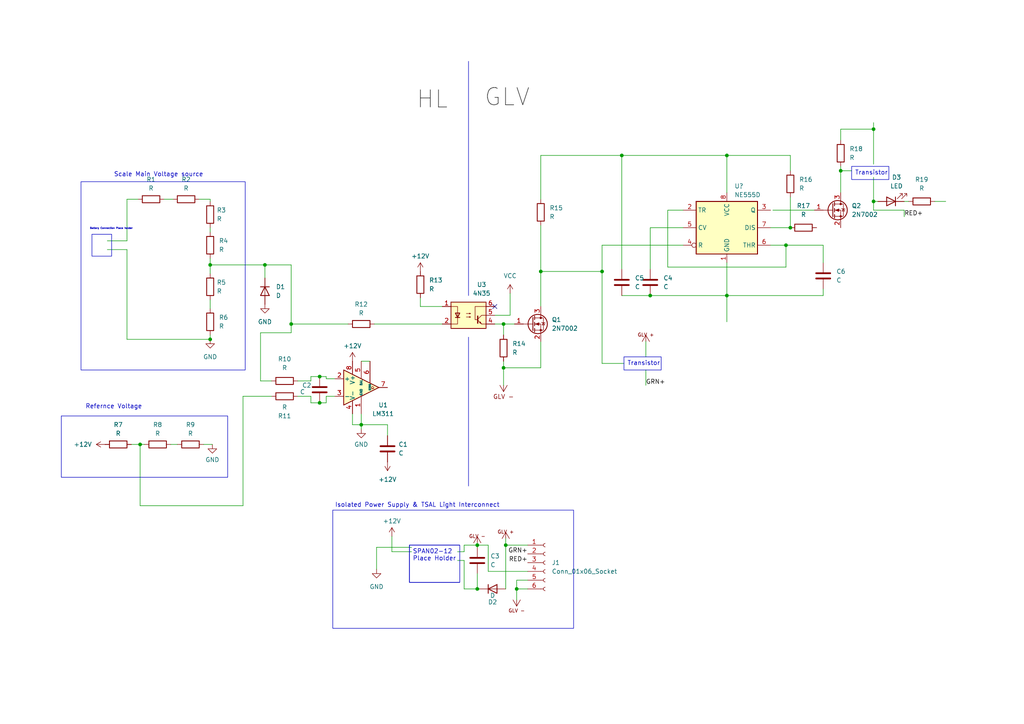
<source format=kicad_sch>
(kicad_sch (version 20230121) (generator eeschema)
  (paper "A4")
  (lib_symbols
    (symbol "Comparator:LM311" (pin_names (offset 0.127))
      (property "Reference" "U" (at 3.81 6.35 0))
      (property "Value" "LM311" (at 3.81 3.81 0))
      (symbol "LM311_0_1"
        (polyline (pts (xy 5.08 0) (xy -5.08 5.08) (xy -5.08 -5.08) (xy 5.08 0)) (stroke (width 0.254)) (fill (type background)))
        (polyline (pts (xy 3.683 -0.381) (xy 3.302 -0.381) (xy 3.683 0) (xy 3.302 0.381) (xy 2.921 0) (xy 3.302 -0.381) (xy 2.921 -0.381)) (stroke (width 0.127)))
      )
      (symbol "LM311_1_1"
        (pin passive line (at 0 -7.62 90) (length 5.08) (name "GND") (number "1"))
        (pin input line (at -7.62 2.54 0) (length 2.54) (name "+") (number "2"))
        (pin input line (at -7.62 -2.54 0) (length 2.54) (name "-") (number "3"))
        (pin power_in line (at -2.54 -7.62 90) (length 3.81) (name "V-") (number "4"))
        (pin input line (at 0 7.62 270) (length 5.08) (name "BAL") (number "5"))
        (pin input line (at 2.54 7.62 270) (length 6.35) (name "STRB") (number "6"))
        (pin open_collector line (at 7.62 0 180) (length 2.54) (name "~") (number "7"))
        (pin power_in line (at -2.54 7.62 270) (length 3.81) (name "V+") (number "8"))
      )
    )
    (symbol "Connector:Conn_01x06_Socket" (pin_names (offset 1.016) hide)
      (property "Reference" "J" (at 0 7.62 0))
      (property "Value" "Conn_01x06_Socket" (at 0 -10.16 0))
      (symbol "Conn_01x06_Socket_1_1"
        (arc (start 0 -7.112) (mid -0.5058 -7.62) (end 0 -8.128) (stroke (width 0.1524)))
        (arc (start 0 -4.572) (mid -0.5058 -5.08) (end 0 -5.588) (stroke (width 0.1524)))
        (arc (start 0 -2.032) (mid -0.5058 -2.54) (end 0 -3.048) (stroke (width 0.1524)))
        (polyline (pts (xy -1.27 -7.62) (xy -0.508 -7.62)) (stroke (width 0.1524)))
        (polyline (pts (xy -1.27 -5.08) (xy -0.508 -5.08)) (stroke (width 0.1524)))
        (polyline (pts (xy -1.27 -2.54) (xy -0.508 -2.54)) (stroke (width 0.1524)))
        (polyline (pts (xy -1.27 0) (xy -0.508 0)) (stroke (width 0.1524)))
        (polyline (pts (xy -1.27 2.54) (xy -0.508 2.54)) (stroke (width 0.1524)))
        (polyline (pts (xy -1.27 5.08) (xy -0.508 5.08)) (stroke (width 0.1524)))
        (arc (start 0 0.508) (mid -0.5058 0) (end 0 -0.508) (stroke (width 0.1524)))
        (arc (start 0 3.048) (mid -0.5058 2.54) (end 0 2.032) (stroke (width 0.1524)))
        (arc (start 0 5.588) (mid -0.5058 5.08) (end 0 4.572) (stroke (width 0.1524)))
        (pin passive line (at -5.08 5.08 0) (length 3.81) (name "Pin_1") (number "1"))
        (pin passive line (at -5.08 2.54 0) (length 3.81) (name "Pin_2") (number "2"))
        (pin passive line (at -5.08 0 0) (length 3.81) (name "Pin_3") (number "3"))
        (pin passive line (at -5.08 -2.54 0) (length 3.81) (name "Pin_4") (number "4"))
        (pin passive line (at -5.08 -5.08 0) (length 3.81) (name "Pin_5") (number "5"))
        (pin passive line (at -5.08 -7.62 0) (length 3.81) (name "Pin_6") (number "6"))
      )
    )
    (symbol "Device:C" (pin_numbers hide) (pin_names (offset 0.254))
      (property "Reference" "C" (at 0.635 2.54 0))
      (property "Value" "C" (at 0.635 -2.54 0))
      (symbol "C_0_1"
        (polyline (pts (xy -2.032 -0.762) (xy 2.032 -0.762)) (stroke (width 0.508)))
        (polyline (pts (xy -2.032 0.762) (xy 2.032 0.762)) (stroke (width 0.508)))
      )
      (symbol "C_1_1"
        (pin passive line (at 0 3.81 270) (length 2.794) (name "~") (number "1"))
        (pin passive line (at 0 -3.81 90) (length 2.794) (name "~") (number "2"))
      )
    )
    (symbol "Device:D" (pin_numbers hide) (pin_names (offset 1.016) hide)
      (property "Reference" "D" (at 0 2.54 0))
      (property "Value" "D" (at 0 -2.54 0))
      (symbol "D_0_1"
        (polyline (pts (xy -1.27 1.27) (xy -1.27 -1.27)) (stroke (width 0.254)))
        (polyline (pts (xy 1.27 0) (xy -1.27 0)))
        (polyline (pts (xy 1.27 1.27) (xy 1.27 -1.27) (xy -1.27 0) (xy 1.27 1.27)) (stroke (width 0.254)))
      )
      (symbol "D_1_1"
        (pin passive line (at -3.81 0 0) (length 2.54) (name "K") (number "1"))
        (pin passive line (at 3.81 0 180) (length 2.54) (name "A") (number "2"))
      )
    )
    (symbol "Device:LED" (pin_numbers hide) (pin_names (offset 1.016) hide)
      (property "Reference" "D" (at 0 2.54 0))
      (property "Value" "LED" (at 0 -2.54 0))
      (symbol "LED_0_1"
        (polyline (pts (xy -1.27 -1.27) (xy -1.27 1.27)) (stroke (width 0.254)))
        (polyline (pts (xy -1.27 0) (xy 1.27 0)))
        (polyline (pts (xy 1.27 -1.27) (xy 1.27 1.27) (xy -1.27 0) (xy 1.27 -1.27)) (stroke (width 0.254)))
        (polyline (pts (xy -3.048 -0.762) (xy -4.572 -2.286) (xy -3.81 -2.286) (xy -4.572 -2.286) (xy -4.572 -1.524)))
        (polyline (pts (xy -1.778 -0.762) (xy -3.302 -2.286) (xy -2.54 -2.286) (xy -3.302 -2.286) (xy -3.302 -1.524)))
      )
      (symbol "LED_1_1"
        (pin passive line (at -3.81 0 0) (length 2.54) (name "K") (number "1"))
        (pin passive line (at 3.81 0 180) (length 2.54) (name "A") (number "2"))
      )
    )
    (symbol "Device:R" (pin_numbers hide) (pin_names (offset 0))
      (property "Reference" "R" (at 2.032 0 90))
      (property "Value" "R" (at 0 0 90))
      (symbol "R_0_1"
        (rectangle (start -1.016 -2.54) (end 1.016 2.54) (stroke (width 0.254)))
      )
      (symbol "R_1_1"
        (pin passive line (at 0 3.81 270) (length 1.27) (name "~") (number "1"))
        (pin passive line (at 0 -3.81 90) (length 1.27) (name "~") (number "2"))
      )
    )
    (symbol "GLV_-_1" (power) (pin_numbers hide) (pin_names (offset 1.27) hide)
      (symbol "GLV_-_1_1_1"
        (polyline (pts (xy 0 0) (xy 0 -1.8288)))
        (polyline (pts (xy -1.0668 0) (xy 0 -1.8288) (xy 1.0668 0)))
        (text "GLV -" (at 0 -2.54 0) (effects (font (size 1 1)) (justify top)))
        (pin power_in line (at 0 0 0) (length 0) hide (name "-") (number "0"))
      )
    )
    (symbol "Isolator:4N35" (pin_names (offset 1.016))
      (property "Reference" "U" (at -5.08 5.08 0))
      (property "Value" "4N35" (at 0 5.08 0))
      (symbol "4N35_0_1"
        (rectangle (start -5.08 3.81) (end 5.08 -3.81) (stroke (width 0.254)) (fill (type background)))
        (polyline (pts (xy -3.81 -0.635) (xy -2.54 -0.635)) (stroke (width 0.254)))
        (polyline (pts (xy 2.667 -1.397) (xy 3.81 -2.54)))
        (polyline (pts (xy 2.667 -1.143) (xy 3.81 0)))
        (polyline (pts (xy 3.81 -2.54) (xy 5.08 -2.54)))
        (polyline (pts (xy 3.81 0) (xy 5.08 0)))
        (polyline (pts (xy 2.667 -0.254) (xy 2.667 -2.286) (xy 2.667 -2.286)) (stroke (width 0.3556)))
        (polyline (pts (xy -5.08 -2.54) (xy -3.175 -2.54) (xy -3.175 2.54) (xy -5.08 2.54)))
        (polyline (pts (xy -3.175 -0.635) (xy -3.81 0.635) (xy -2.54 0.635) (xy -3.175 -0.635)) (stroke (width 0.254)))
        (polyline (pts (xy 3.683 -2.413) (xy 3.429 -1.905) (xy 3.175 -2.159) (xy 3.683 -2.413)))
        (polyline (pts (xy 5.08 2.54) (xy 1.905 2.54) (xy 1.905 -1.27) (xy 2.54 -1.27)))
        (polyline (pts (xy -0.635 -0.508) (xy 0.635 -0.508) (xy 0.254 -0.635) (xy 0.254 -0.381) (xy 0.635 -0.508)))
        (polyline (pts (xy -0.635 0.508) (xy 0.635 0.508) (xy 0.254 0.381) (xy 0.254 0.635) (xy 0.635 0.508)))
      )
      (symbol "4N35_1_1"
        (pin passive line (at -7.62 2.54 0) (length 2.54) (name "~") (number "1"))
        (pin passive line (at -7.62 -2.54 0) (length 2.54) (name "~") (number "2"))
        (pin no_connect line (at -5.08 0 0) (length 2.54) hide (name "NC") (number "3"))
        (pin passive line (at 7.62 -2.54 180) (length 2.54) (name "~") (number "4"))
        (pin passive line (at 7.62 0 180) (length 2.54) (name "~") (number "5"))
        (pin passive line (at 7.62 2.54 180) (length 2.54) (name "~") (number "6"))
      )
    )
    (symbol "PCM_Generic:GLV_+" (power) (pin_numbers hide) (pin_names (offset 1.27) hide)
      (symbol "GLV_+_1_1"
        (polyline (pts (xy 0 0) (xy 0 -1.8288)))
        (polyline (pts (xy -1.0668 0) (xy 0 -1.8288) (xy 1.0668 0)))
        (text "GLV +" (at 0 -2.54 0) (effects (font (size 1 1)) (justify top)))
        (pin power_in line (at 0 0 0) (length 0) hide (name "-") (number "0"))
      )
    )
    (symbol "PCM_Generic:GLV_-" (power) (pin_numbers hide) (pin_names (offset 1.27) hide)
      (symbol "GLV_-_1_1"
        (polyline (pts (xy 0 0) (xy 0 -1.8288)))
        (polyline (pts (xy -1.0668 0) (xy 0 -1.8288) (xy 1.0668 0)))
        (text "GLV -" (at 0 -2.54 0) (effects (font (size 1.27 1.27)) (justify top)))
        (pin power_in line (at 0 0 0) (length 0) hide (name "-") (number "0"))
      )
    )
    (symbol "Timer:NE555D"
      (property "Reference" "U" (at -10.16 8.89 0))
      (property "Value" "NE555D" (at 2.54 8.89 0))
      (symbol "NE555D_0_0"
        (pin power_in line (at 0 -10.16 90) (length 2.54) (name "GND") (number "1"))
        (pin power_in line (at 0 10.16 270) (length 2.54) (name "VCC") (number "8"))
      )
      (symbol "NE555D_0_1"
        (rectangle (start -8.89 -7.62) (end 8.89 7.62) (stroke (width 0.254)) (fill (type background)))
        (rectangle (start -8.89 -7.62) (end 8.89 7.62) (stroke (width 0.254)) (fill (type background)))
      )
      (symbol "NE555D_1_1"
        (pin input line (at -12.7 5.08 0) (length 3.81) (name "TR") (number "2"))
        (pin output line (at 12.7 5.08 180) (length 3.81) (name "Q") (number "3"))
        (pin input inverted (at -12.7 -5.08 0) (length 3.81) (name "R") (number "4"))
        (pin input line (at -12.7 0 0) (length 3.81) (name "CV") (number "5"))
        (pin input line (at 12.7 -5.08 180) (length 3.81) (name "THR") (number "6"))
        (pin input line (at 12.7 0 180) (length 3.81) (name "DIS") (number "7"))
      )
    )
    (symbol "Transistor_FET:2N7002" (pin_names hide)
      (property "Reference" "Q" (at 5.08 1.905 0))
      (property "Value" "2N7002" (at 5.08 0 0))
      (symbol "2N7002_0_1"
        (polyline (pts (xy 0.254 0) (xy -2.54 0)))
        (polyline (pts (xy 0.254 1.905) (xy 0.254 -1.905)) (stroke (width 0.254)))
        (polyline (pts (xy 0.762 -1.27) (xy 0.762 -2.286)) (stroke (width 0.254)))
        (polyline (pts (xy 0.762 0.508) (xy 0.762 -0.508)) (stroke (width 0.254)))
        (polyline (pts (xy 0.762 2.286) (xy 0.762 1.27)) (stroke (width 0.254)))
        (polyline (pts (xy 2.54 2.54) (xy 2.54 1.778)))
        (polyline (pts (xy 2.54 -2.54) (xy 2.54 0) (xy 0.762 0)))
        (polyline (pts (xy 0.762 -1.778) (xy 3.302 -1.778) (xy 3.302 1.778) (xy 0.762 1.778)))
        (polyline (pts (xy 1.016 0) (xy 2.032 0.381) (xy 2.032 -0.381) (xy 1.016 0)) (fill (type outline)))
        (polyline (pts (xy 2.794 0.508) (xy 2.921 0.381) (xy 3.683 0.381) (xy 3.81 0.254)))
        (polyline (pts (xy 3.302 0.381) (xy 2.921 -0.254) (xy 3.683 -0.254) (xy 3.302 0.381)))
        (circle (center 1.651 0) (radius 2.794) (stroke (width 0.254)))
        (circle (center 2.54 -1.778) (radius 0.254) (fill (type outline)))
        (circle (center 2.54 1.778) (radius 0.254) (fill (type outline)))
      )
      (symbol "2N7002_1_1"
        (pin input line (at -5.08 0 0) (length 2.54) (name "G") (number "1"))
        (pin passive line (at 2.54 -5.08 90) (length 2.54) (name "S") (number "2"))
        (pin passive line (at 2.54 5.08 270) (length 2.54) (name "D") (number "3"))
      )
    )
    (symbol "power:+12V" (power) (pin_names (offset 0))
      (property "Value" "+12V" (at 0 3.556 0))
      (symbol "+12V_0_1"
        (polyline (pts (xy -0.762 1.27) (xy 0 2.54)))
        (polyline (pts (xy 0 0) (xy 0 2.54)))
        (polyline (pts (xy 0 2.54) (xy 0.762 1.27)))
      )
      (symbol "+12V_1_1"
        (pin power_in line (at 0 0 90) (length 0) hide (name "+12V") (number "1"))
      )
    )
    (symbol "power:GND" (power) (pin_names (offset 0))
      (property "Value" "GND" (at 0 -3.81 0))
      (symbol "GND_0_1"
        (polyline (pts (xy 0 0) (xy 0 -1.27) (xy 1.27 -1.27) (xy 0 -2.54) (xy -1.27 -1.27) (xy 0 -1.27)))
      )
      (symbol "GND_1_1"
        (pin power_in line (at 0 0 270) (length 0) hide (name "GND") (number "1"))
      )
    )
    (symbol "power:VCC" (power) (pin_names (offset 0))
      (property "Value" "VCC" (at 0 3.81 0))
      (symbol "VCC_0_1"
        (polyline (pts (xy -0.762 1.27) (xy 0 2.54)))
        (polyline (pts (xy 0 0) (xy 0 2.54)))
        (polyline (pts (xy 0 2.54) (xy 0.762 1.27)))
      )
      (symbol "VCC_1_1"
        (pin power_in line (at 0 0 90) (length 0) hide (name "VCC") (number "1"))
      )
    )
  )
  (junction (at 76.835 76.835))
  (junction (at 180.34 45.085))
  (junction (at 243.84 49.53))
  (junction (at 253.365 37.465))
  (junction (at 227.965 71.12))
  (junction (at 149.86 170.815))
  (junction (at 84.455 93.98))
  (junction (at 104.775 123.19))
  (junction (at 146.05 106.68))
  (junction (at 174.625 78.74))
  (junction (at 146.685 158.115))
  (junction (at 60.96 98.425))
  (junction (at 146.05 93.98))
  (junction (at 138.43 158.115))
  (junction (at 253.365 58.42))
  (junction (at 188.595 85.725))
  (junction (at 229.235 66.04))
  (junction (at 60.96 76.835))
  (junction (at 210.82 85.725))
  (junction (at 210.82 45.085))
  (junction (at 92.71 109.22))
  (junction (at 40.64 128.905))
  (junction (at 138.43 170.815))
  (junction (at 92.71 116.84))
  (junction (at 156.845 78.74))
  (no_connect (at 143.51 88.9))
  (wire (pts (xy 243.84 49.53) (xy 243.84 48.26)))
  (wire (pts (xy 210.82 76.2) (xy 210.82 85.725)))
  (wire (pts (xy 57.785 57.785) (xy 60.96 57.785)))
  (wire (pts (xy 253.365 37.465) (xy 253.365 47.625)))
  (wire (pts (xy 138.43 170.815) (xy 134.62 170.815)))
  (wire (pts (xy 210.82 85.725) (xy 238.76 85.725)))
  (wire (pts (xy 36.83 98.425) (xy 36.83 72.39)))
  (wire (pts (xy 84.455 93.98) (xy 84.455 96.52)))
  (wire (pts (xy 271.145 58.42) (xy 274.32 58.42)))
  (wire (pts (xy 174.625 71.12) (xy 198.12 71.12)))
  (wire (pts (xy 243.84 40.64) (xy 243.84 37.465)))
  (wire (pts (xy 132.715 160.02) (xy 134.62 160.02)))
  (wire (pts (xy 84.455 93.98) (xy 100.965 93.98)))
  (wire (pts (xy 210.82 85.725) (xy 210.82 93.345)))
  (wire (pts (xy 94.615 116.84) (xy 92.71 116.84)))
  (wire (pts (xy 60.96 74.93) (xy 60.96 76.835)))
  (wire (pts (xy 149.86 168.275) (xy 149.86 170.815)))
  (wire (pts (xy 227.965 71.12) (xy 223.52 71.12)))
  (wire (pts (xy 187.325 107.315) (xy 187.325 111.76)))
  (wire (pts (xy 156.845 99.06) (xy 156.845 106.68)))
  (wire (pts (xy 156.845 78.74) (xy 174.625 78.74)))
  (wire (pts (xy 229.235 45.085) (xy 229.235 49.53)))
  (wire (pts (xy 210.82 45.085) (xy 229.235 45.085)))
  (wire (pts (xy 229.235 57.15) (xy 229.235 66.04)))
  (wire (pts (xy 108.585 93.98) (xy 128.27 93.98)))
  (wire (pts (xy 138.43 157.48) (xy 138.43 158.115)))
  (wire (pts (xy 146.05 106.68) (xy 146.05 111.76)))
  (wire (pts (xy 109.22 158.75) (xy 109.22 165.1)))
  (wire (pts (xy 104.775 104.775) (xy 107.315 104.775)))
  (wire (pts (xy 223.52 66.04) (xy 229.235 66.04)))
  (wire (pts (xy 193.675 77.47) (xy 227.965 77.47)))
  (wire (pts (xy 156.845 88.9) (xy 156.845 78.74)))
  (wire (pts (xy 146.685 158.115) (xy 153.035 158.115)))
  (wire (pts (xy 138.43 158.115) (xy 134.62 158.115)))
  (wire (pts (xy 60.96 86.995) (xy 60.96 89.535)))
  (wire (pts (xy 90.17 109.22) (xy 92.71 109.22)))
  (wire (pts (xy 141.605 165.735) (xy 153.035 165.735)))
  (wire (pts (xy 224.155 60.96) (xy 236.22 60.96)))
  (polyline (pts (xy 135.89 17.78) (xy 135.89 85.725)))
  (wire (pts (xy 253.365 58.42) (xy 253.365 51.435)))
  (wire (pts (xy 156.845 45.085) (xy 180.34 45.085)))
  (wire (pts (xy 94.615 114.935) (xy 94.615 116.84)))
  (wire (pts (xy 92.71 109.22) (xy 94.615 109.22)))
  (wire (pts (xy 153.035 170.815) (xy 149.86 170.815)))
  (wire (pts (xy 75.565 96.52) (xy 84.455 96.52)))
  (wire (pts (xy 146.685 156.21) (xy 146.685 158.115)))
  (wire (pts (xy 90.17 116.84) (xy 92.71 116.84)))
  (wire (pts (xy 147.955 85.09) (xy 147.955 91.44)))
  (wire (pts (xy 193.675 60.96) (xy 193.675 77.47)))
  (wire (pts (xy 84.455 76.835) (xy 84.455 93.98)))
  (wire (pts (xy 262.255 58.42) (xy 263.525 58.42)))
  (wire (pts (xy 180.34 85.725) (xy 188.595 85.725)))
  (wire (pts (xy 78.74 110.49) (xy 75.565 110.49)))
  (wire (pts (xy 31.115 69.85) (xy 36.83 69.85)))
  (wire (pts (xy 132.715 162.56) (xy 134.62 162.56)))
  (wire (pts (xy 86.36 114.935) (xy 90.17 114.935)))
  (wire (pts (xy 86.36 110.49) (xy 90.17 110.49)))
  (wire (pts (xy 146.05 93.98) (xy 149.225 93.98)))
  (wire (pts (xy 76.835 80.645) (xy 76.835 76.835)))
  (wire (pts (xy 102.235 123.19) (xy 104.775 123.19)))
  (wire (pts (xy 47.625 57.785) (xy 50.165 57.785)))
  (wire (pts (xy 90.17 114.935) (xy 90.17 116.84)))
  (wire (pts (xy 40.64 128.905) (xy 40.64 146.685)))
  (wire (pts (xy 156.845 57.785) (xy 156.845 45.085)))
  (wire (pts (xy 253.365 60.96) (xy 262.255 60.96)))
  (wire (pts (xy 139.065 170.815) (xy 138.43 170.815)))
  (wire (pts (xy 90.17 110.49) (xy 90.17 109.22)))
  (wire (pts (xy 253.365 58.42) (xy 253.365 60.96)))
  (wire (pts (xy 59.055 128.905) (xy 61.595 128.905)))
  (wire (pts (xy 153.035 168.275) (xy 149.86 168.275)))
  (wire (pts (xy 60.96 66.04) (xy 60.96 67.31)))
  (wire (pts (xy 104.775 123.19) (xy 104.775 124.46)))
  (wire (pts (xy 40.64 128.905) (xy 41.91 128.905)))
  (wire (pts (xy 97.155 109.855) (xy 94.615 109.855)))
  (wire (pts (xy 104.775 120.015) (xy 104.775 123.19)))
  (wire (pts (xy 60.96 98.425) (xy 36.83 98.425)))
  (wire (pts (xy 70.485 146.685) (xy 70.485 114.935)))
  (wire (pts (xy 243.84 49.53) (xy 247.015 49.53)))
  (wire (pts (xy 174.625 78.74) (xy 174.625 105.41)))
  (wire (pts (xy 60.96 97.155) (xy 60.96 98.425)))
  (wire (pts (xy 149.86 170.815) (xy 149.86 173.99)))
  (wire (pts (xy 113.665 155.575) (xy 113.665 160.02)))
  (wire (pts (xy 227.965 71.12) (xy 238.76 71.12)))
  (wire (pts (xy 119.38 160.02) (xy 113.665 160.02)))
  (wire (pts (xy 253.365 35.56) (xy 253.365 37.465)))
  (wire (pts (xy 254.635 58.42) (xy 253.365 58.42)))
  (wire (pts (xy 97.155 114.935) (xy 94.615 114.935)))
  (wire (pts (xy 75.565 110.49) (xy 75.565 96.52)))
  (wire (pts (xy 156.845 106.68) (xy 146.05 106.68)))
  (wire (pts (xy 138.43 158.115) (xy 138.43 158.75)))
  (wire (pts (xy 143.51 91.44) (xy 147.955 91.44)))
  (wire (pts (xy 138.43 166.37) (xy 138.43 170.815)))
  (wire (pts (xy 121.92 88.9) (xy 128.27 88.9)))
  (wire (pts (xy 188.595 85.725) (xy 210.82 85.725)))
  (wire (pts (xy 70.485 114.935) (xy 78.74 114.935)))
  (wire (pts (xy 134.62 170.815) (xy 134.62 162.56)))
  (wire (pts (xy 119.38 158.75) (xy 109.22 158.75)))
  (wire (pts (xy 238.76 71.12) (xy 238.76 76.2)))
  (wire (pts (xy 146.685 158.115) (xy 146.685 170.815)))
  (wire (pts (xy 146.05 93.98) (xy 146.05 97.155)))
  (wire (pts (xy 146.05 104.775) (xy 146.05 106.68)))
  (wire (pts (xy 243.84 49.53) (xy 243.84 55.88)))
  (wire (pts (xy 238.76 85.725) (xy 238.76 83.82)))
  (wire (pts (xy 138.43 158.115) (xy 141.605 158.115)))
  (wire (pts (xy 180.34 45.085) (xy 210.82 45.085)))
  (wire (pts (xy 188.595 66.04) (xy 188.595 78.105)))
  (wire (pts (xy 76.835 76.835) (xy 60.96 76.835)))
  (wire (pts (xy 60.96 57.785) (xy 60.96 58.42)))
  (wire (pts (xy 187.325 99.06) (xy 187.325 103.505)))
  (wire (pts (xy 174.625 105.41) (xy 180.975 105.41)))
  (wire (pts (xy 156.845 78.74) (xy 156.845 65.405)))
  (wire (pts (xy 210.82 45.085) (xy 210.82 55.88)))
  (wire (pts (xy 60.96 76.835) (xy 60.96 79.375)))
  (polyline (pts (xy 135.89 97.79) (xy 135.89 140.97)))
  (wire (pts (xy 36.83 57.785) (xy 36.83 69.85)))
  (wire (pts (xy 121.92 86.36) (xy 121.92 88.9)))
  (wire (pts (xy 104.775 123.19) (xy 112.395 123.19)))
  (wire (pts (xy 40.005 57.785) (xy 36.83 57.785)))
  (wire (pts (xy 134.62 158.115) (xy 134.62 160.02)))
  (wire (pts (xy 198.12 66.04) (xy 188.595 66.04)))
  (wire (pts (xy 49.53 128.905) (xy 51.435 128.905)))
  (wire (pts (xy 243.84 37.465) (xy 253.365 37.465)))
  (wire (pts (xy 174.625 71.12) (xy 174.625 78.74)))
  (wire (pts (xy 94.615 109.855) (xy 94.615 109.22)))
  (wire (pts (xy 31.115 72.39) (xy 36.83 72.39)))
  (wire (pts (xy 180.34 45.085) (xy 180.34 78.105)))
  (wire (pts (xy 198.12 60.96) (xy 193.675 60.96)))
  (wire (pts (xy 40.64 146.685) (xy 70.485 146.685)))
  (wire (pts (xy 262.255 60.96) (xy 262.255 62.865)))
  (wire (pts (xy 112.395 123.19) (xy 112.395 126.365)))
  (wire (pts (xy 102.235 120.015) (xy 102.235 123.19)))
  (wire (pts (xy 141.605 158.115) (xy 141.605 165.735)))
  (wire (pts (xy 38.1 128.905) (xy 40.64 128.905)))
  (wire (pts (xy 76.835 76.835) (xy 84.455 76.835)))
  (wire (pts (xy 143.51 93.98) (xy 146.05 93.98)))
  (wire (pts (xy 227.965 77.47) (xy 227.965 71.12)))
  (rectangle (start 118.745 158.115) (end 133.35 168.91))
  (rectangle (start 96.52 147.955) (end 166.37 182.245))
  (rectangle (start 17.78 120.65) (end 66.04 138.43))
  (rectangle (start 26.67 67.945) (end 32.385 74.295))
  (rectangle (start 23.495 52.705) (end 71.12 107.315))
  (text_box "Transistor" (at 247.015 48.26 0) (size 10.795 3.81) (effects (font (size 1.27 1.27)) (justify left top)))
  (text_box "Transistor" (at 180.975 103.505 0) (size 10.795 3.81) (effects (font (size 1.27 1.27)) (justify left top)))
  (text_box "SPAN02-12 Place Holder" (at 118.745 158.115 0) (size 14.605 10.795) (effects (font (size 1.27 1.27)) (justify left top)))
  (text "Isolated Power Supply & TSAL Light Interconnect" (at 97.155 147.32 0) (effects (font (size 1.27 1.27)) (justify left bottom)))
  (text "Scale Main Voltage source" (at 33.02 51.435 0) (effects (font (size 1.27 1.27)) (justify left bottom)))
  (text "Battery Connection Place holder" (at 26.035 66.675 0) (effects (font (size 0.5 0.5)) (justify left bottom)))
  (text "Refernce Voltage" (at 24.765 118.745 0) (effects (font (size 1.27 1.27)) (justify left bottom)))
  (label "RED+" (at 153.035 163.195 180))
  (label "RED+" (at 262.255 62.865 0))
  (label "GRN+" (at 187.325 111.76 0))
  (label "GRN+" (at 153.035 160.655 180))
  (label "HL" (at 120.65 33.02 0) (effects (font (size 5 5))))
  (label "GLV" (at 140.335 32.385 0) (effects (font (size 5 5))))
  (symbol (lib_name "GLV_-_1") (lib_id "PCM_Generic:GLV_-") (at 149.86 173.99 0) (unit 1)
    (property "Reference" "#PWR015" (effects hide))
    (property "Value" "GLV_-" (effects hide))
  )
  (symbol (lib_id "Timer:NE555D") (at 210.82 66.04 0) (unit 1)
    (property "Reference" "U?" (at 213.0141 53.975 0) (effects (justify left)))
    (property "Value" "NE555D" (at 213.0141 56.515 0) (effects (justify left)))
    (property "Footprint" "Package_SO:SOIC-8_3.9x4.9mm_P1.27mm" (effects hide))
    (property "Datasheet" "http://www.ti.com/lit/ds/symlink/ne555.pdf" (effects hide))
  )
  (symbol (lib_id "Device:D") (at 142.875 170.815 0) (unit 1)
    (property "Reference" "D2" (at 142.875 174.625 0))
    (property "Value" "D" (at 142.875 172.72 0))
    (property "Sim.Device" "D" (effects hide))
    (property "Sim.Pins" "1=K 2=A" (effects hide))
  )
  (symbol (lib_id "Device:R") (at 43.815 57.785 90) (unit 1)
    (property "Reference" "R1" (at 43.815 52.07 90))
    (property "Value" "R" (at 43.815 54.61 90))
  )
  (symbol (lib_id "Device:R") (at 233.045 66.04 90) (unit 1)
    (property "Reference" "R17" (at 233.045 59.69 90))
    (property "Value" "R" (at 233.045 62.23 90))
  )
  (symbol (lib_id "power:GND") (at 109.22 165.1 0) (unit 1)
    (property "Reference" "#PWR014" (effects hide))
    (property "Value" "GND" (at 109.22 170.18 0))
  )
  (symbol (lib_id "Device:C") (at 238.76 80.01 0) (unit 1)
    (property "Reference" "C6" (at 242.57 78.74 0) (effects (justify left)))
    (property "Value" "C" (at 242.57 81.28 0) (effects (justify left)))
  )
  (symbol (lib_id "Device:R") (at 146.05 100.965 0) (unit 1)
    (property "Reference" "R14" (at 148.59 99.695 0) (effects (justify left)))
    (property "Value" "R" (at 148.59 102.235 0) (effects (justify left)))
  )
  (symbol (lib_id "Device:R") (at 53.975 57.785 90) (unit 1)
    (property "Reference" "R2" (at 53.975 52.07 90))
    (property "Value" "R" (at 53.975 54.61 90))
  )
  (symbol (lib_id "power:GND") (at 60.96 98.425 0) (unit 1)
    (property "Reference" "#PWR07" (effects hide))
    (property "Value" "GND" (at 60.96 103.505 0))
  )
  (symbol (lib_id "Device:C") (at 180.34 81.915 0) (unit 1)
    (property "Reference" "C5" (at 184.15 80.645 0) (effects (justify left)))
    (property "Value" "C" (at 184.15 83.185 0) (effects (justify left)))
  )
  (symbol (lib_id "Device:R") (at 60.96 71.12 180) (unit 1)
    (property "Reference" "R4" (at 63.5 69.85 0) (effects (justify right)))
    (property "Value" "R" (at 63.5 72.39 0) (effects (justify right)))
  )
  (symbol (lib_id "power:+12V") (at 30.48 128.905 90) (unit 1)
    (property "Reference" "#PWR02" (effects hide))
    (property "Value" "+12V" (at 26.67 128.905 90) (effects (justify left)))
  )
  (symbol (lib_id "Device:R") (at 55.245 128.905 90) (unit 1)
    (property "Reference" "R9" (at 55.245 123.19 90))
    (property "Value" "R" (at 55.245 125.73 90))
  )
  (symbol (lib_name "GLV_-_1") (lib_id "PCM_Generic:GLV_-") (at 138.43 157.48 180) (unit 1)
    (property "Reference" "#PWR011" (effects hide))
    (property "Value" "GLV_-" (effects hide))
  )
  (symbol (lib_id "power:+12V") (at 113.665 155.575 0) (unit 1)
    (property "Reference" "#PWR013" (effects hide))
    (property "Value" "+12V" (at 113.665 151.13 0))
  )
  (symbol (lib_id "power:+12V") (at 121.92 78.74 0) (unit 1)
    (property "Reference" "#PWR08" (effects hide))
    (property "Value" "+12V" (at 121.92 74.295 0))
  )
  (symbol (lib_id "Device:R") (at 121.92 82.55 180) (unit 1)
    (property "Reference" "R13" (at 124.46 81.28 0) (effects (justify right)))
    (property "Value" "R" (at 124.46 83.82 0) (effects (justify right)))
  )
  (symbol (lib_id "PCM_Generic:GLV_+") (at 146.685 156.21 180) (unit 1)
    (property "Reference" "#PWR012" (effects hide))
    (property "Value" "GLV_+" (effects hide))
  )
  (symbol (lib_id "power:VCC") (at 147.955 85.09 0) (unit 1)
    (property "Reference" "#PWR09" (effects hide))
    (property "Value" "VCC" (at 147.955 80.01 0))
  )
  (symbol (lib_id "Device:C") (at 188.595 81.915 0) (unit 1)
    (property "Reference" "C4" (at 192.405 80.645 0) (effects (justify left)))
    (property "Value" "C" (at 192.405 83.185 0) (effects (justify left)))
  )
  (symbol (lib_id "Device:R") (at 82.55 114.935 270) (unit 1)
    (property "Reference" "R11" (at 82.55 120.65 90))
    (property "Value" "R" (at 82.55 118.11 90))
  )
  (symbol (lib_id "power:GND") (at 61.595 128.905 0) (unit 1)
    (property "Reference" "#PWR01" (effects hide))
    (property "Value" "GND" (at 61.595 133.35 0))
  )
  (symbol (lib_id "Device:R") (at 156.845 61.595 0) (unit 1)
    (property "Reference" "R15" (at 159.385 60.325 0) (effects (justify left)))
    (property "Value" "R" (at 159.385 62.865 0) (effects (justify left)))
  )
  (symbol (lib_id "Transistor_FET:2N7002") (at 241.3 60.96 0) (unit 1)
    (property "Reference" "Q2" (at 247.015 59.69 0) (effects (justify left)))
    (property "Value" "2N7002" (at 247.015 62.23 0) (effects (justify left)))
    (property "Footprint" "Package_TO_SOT_SMD:SOT-23" (effects hide))
    (property "Datasheet" "https://www.onsemi.com/pub/Collateral/NDS7002A-D.PDF" (effects hide))
  )
  (symbol (lib_id "Transistor_FET:2N7002") (at 154.305 93.98 0) (unit 1)
    (property "Reference" "Q1" (at 160.02 92.71 0) (effects (justify left)))
    (property "Value" "2N7002" (at 160.02 95.25 0) (effects (justify left)))
    (property "Footprint" "Package_TO_SOT_SMD:SOT-23" (effects hide))
    (property "Datasheet" "https://www.onsemi.com/pub/Collateral/NDS7002A-D.PDF" (effects hide))
  )
  (symbol (lib_id "Device:R") (at 60.96 62.23 180) (unit 1)
    (property "Reference" "R3" (at 62.865 60.96 0) (effects (justify right)))
    (property "Value" "R" (at 62.865 63.5 0) (effects (justify right)))
  )
  (symbol (lib_id "Device:C") (at 138.43 162.56 0) (unit 1)
    (property "Reference" "C3" (at 142.24 161.29 0) (effects (justify left)))
    (property "Value" "C" (at 142.24 163.83 0) (effects (justify left)))
  )
  (symbol (lib_id "Device:R") (at 267.335 58.42 90) (unit 1)
    (property "Reference" "R19" (at 267.335 52.07 90))
    (property "Value" "R" (at 267.335 54.61 90))
  )
  (symbol (lib_id "Device:R") (at 229.235 53.34 0) (unit 1)
    (property "Reference" "R16" (at 231.775 52.07 0) (effects (justify left)))
    (property "Value" "R" (at 231.775 54.61 0) (effects (justify left)))
  )
  (symbol (lib_id "Device:C") (at 112.395 130.175 0) (unit 1)
    (property "Reference" "C1" (at 115.57 128.905 0) (effects (justify left)))
    (property "Value" "C" (at 115.57 131.445 0) (effects (justify left)))
  )
  (symbol (lib_id "Device:R") (at 104.775 93.98 90) (unit 1)
    (property "Reference" "R12" (at 104.775 88.265 90))
    (property "Value" "R" (at 104.775 90.805 90))
  )
  (symbol (lib_id "PCM_Generic:GLV_+") (at 187.325 99.06 180) (unit 1)
    (property "Reference" "#PWR016" (effects hide))
    (property "Value" "GLV_+" (effects hide))
  )
  (symbol (lib_id "power:+12V") (at 102.235 104.775 0) (unit 1)
    (property "Reference" "#PWR05" (effects hide))
    (property "Value" "+12V" (at 102.235 100.33 0))
  )
  (symbol (lib_id "Device:LED") (at 258.445 58.42 180) (unit 1)
    (property "Reference" "D3" (at 260.0325 51.435 0))
    (property "Value" "LED" (at 260.0325 53.975 0))
  )
  (symbol (lib_id "power:+12V") (at 112.395 133.985 180) (unit 1)
    (property "Reference" "#PWR06" (effects hide))
    (property "Value" "+12V" (at 112.395 139.065 0))
  )
  (symbol (lib_id "Device:R") (at 82.55 110.49 90) (unit 1)
    (property "Reference" "R10" (at 82.55 104.14 90))
    (property "Value" "R" (at 82.55 106.68 90))
  )
  (symbol (lib_id "Isolator:4N35") (at 135.89 91.44 0) (unit 1)
    (property "Reference" "U3" (at 139.7 82.55 0))
    (property "Value" "4N35" (at 139.7 85.09 0))
    (property "Footprint" "Package_DIP:DIP-6_W7.62mm" (effects hide))
    (property "Datasheet" "https://www.vishay.com/docs/81181/4n35.pdf" (effects hide))
  )
  (symbol (lib_id "Device:R") (at 34.29 128.905 90) (unit 1)
    (property "Reference" "R7" (at 34.29 123.19 90))
    (property "Value" "R" (at 34.29 125.73 90))
  )
  (symbol (lib_id "Device:C") (at 92.71 113.03 0) (unit 1)
    (property "Reference" "C2" (at 87.63 111.76 0) (effects (justify left)))
    (property "Value" "C" (at 86.995 113.665 0) (effects (justify left)))
  )
  (symbol (lib_id "Connector:Conn_01x06_Socket") (at 158.115 163.195 0) (unit 1)
    (property "Reference" "J1" (at 160.02 163.195 0) (effects (justify left)))
    (property "Value" "Conn_01x06_Socket" (at 160.02 165.735 0) (effects (justify left)))
  )
  (symbol (lib_id "Device:D") (at 76.835 84.455 270) (unit 1)
    (property "Reference" "D1" (at 80.01 83.185 90) (effects (justify left)))
    (property "Value" "D" (at 80.01 85.725 90) (effects (justify left)))
    (property "Sim.Device" "D" (effects hide))
    (property "Sim.Pins" "1=K 2=A" (effects hide))
  )
  (symbol (lib_id "Device:R") (at 60.96 83.185 180) (unit 1)
    (property "Reference" "R5" (at 62.865 81.915 0) (effects (justify right)))
    (property "Value" "R" (at 62.865 84.455 0) (effects (justify right)))
  )
  (symbol (lib_id "Device:R") (at 243.84 44.45 0) (unit 1)
    (property "Reference" "R18" (at 246.38 43.18 0) (effects (justify left)))
    (property "Value" "R" (at 246.38 45.72 0) (effects (justify left)))
  )
  (symbol (lib_id "power:GND") (at 104.775 124.46 0) (unit 1)
    (property "Reference" "#PWR04" (effects hide))
    (property "Value" "GND" (at 104.775 128.905 0))
  )
  (symbol (lib_id "Device:R") (at 45.72 128.905 90) (unit 1)
    (property "Reference" "R8" (at 45.72 123.19 90))
    (property "Value" "R" (at 45.72 125.73 90))
  )
  (symbol (lib_id "Device:R") (at 60.96 93.345 180) (unit 1)
    (property "Reference" "R6" (at 63.5 92.075 0) (effects (justify right)))
    (property "Value" "R" (at 63.5 94.615 0) (effects (justify right)))
  )
  (symbol (lib_id "power:GND") (at 76.835 88.265 0) (unit 1)
    (property "Reference" "#PWR03" (effects hide))
    (property "Value" "GND" (at 76.835 93.345 0))
  )
  (symbol (lib_id "Comparator:LM311") (at 104.775 112.395 0) (unit 1)
    (property "Reference" "U1" (at 111.125 117.475 0))
    (property "Value" "LM311" (at 111.125 120.015 0))
    (property "Datasheet" "https://www.st.com/resource/en/datasheet/lm311.pdf" (effects hide))
  )
  (symbol (lib_id "PCM_Generic:GLV_-") (at 146.05 111.76 0) (unit 1)
    (property "Reference" "#PWR010" (effects hide))
    (property "Value" "GLV_-" (effects hide))
  )
)
</source>
